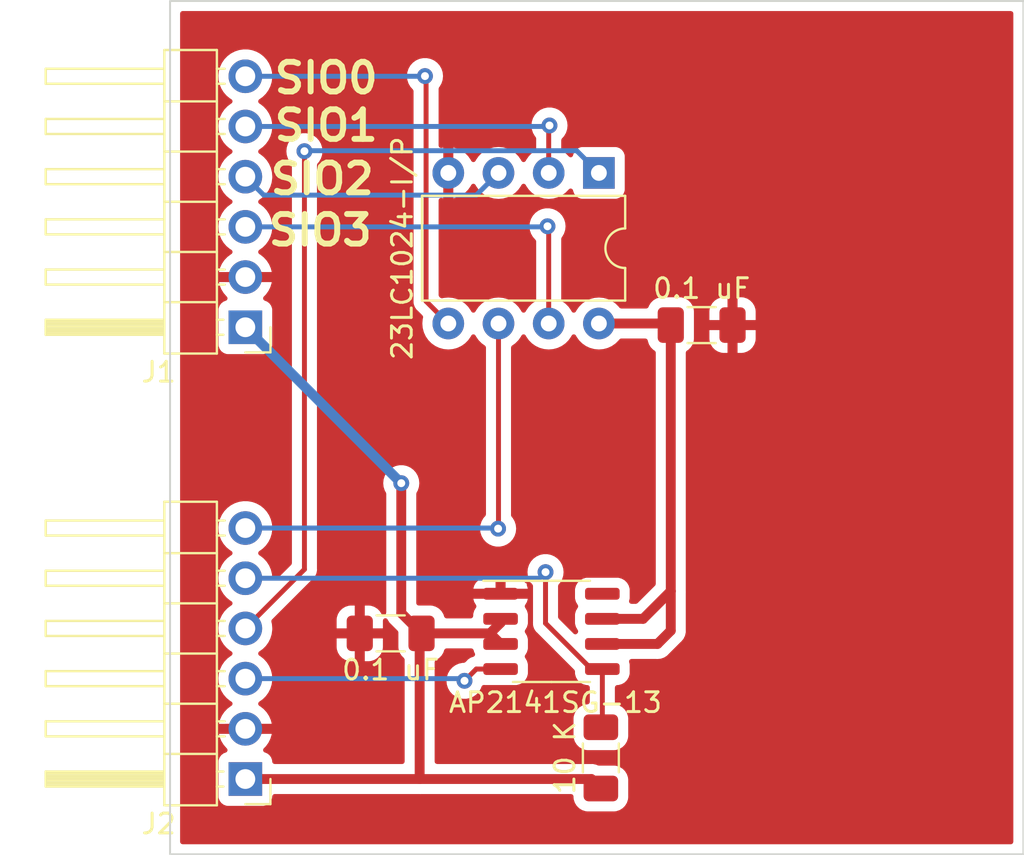
<source format=kicad_pcb>
(kicad_pcb (version 20211014) (generator pcbnew)
  (layers (0 "F.Cu" signal) (31 "B.Cu" signal) (34 "B.Paste" user) (35 "F.Paste" user) (36 "B.SilkS" user "B.Silkscreen") (37 "F.SilkS" user "F.Silkscreen") (38 "B.Mask" user) (39 "F.Mask" user) (44 "Edge.Cuts" user))
  (net 0 "")
  (net 1 "+3V3")
  (net 2 "GND")
  (net 3 "/SIO0")
  (net 4 "/SIO1")
  (net 5 "/SIO2")
  (net 6 "/SIO3")
  (net 7 "/CLK")
  (net 8 "/FLG")
  (net 9 "/CS")
  (net 10 "/EN")
  (net 12 "BASYS3V3")
  (footprint "Resistor_SMD:R_1206_3216Metric_Pad1.30x1.75mm_HandSolder" (layer "F.Cu") (at 121.8 138.3 -90)
    (fp_text reference "R1")
    (fp_text value "10 K" (at 0 1.82 90) (layer "F.SilkS"))
    (fp_line (start -0.727064 -0.91) (end 0.727064 -0.91) (layer "F.SilkS") (width 0.12))
    (fp_line (start -0.727064 0.91) (end 0.727064 0.91) (layer "F.SilkS") (width 0.12))
    (pad "1" smd roundrect (at -1.55 0 270) (size 1.3 1.75) (layers "F.Cu" "F.Paste" "F.Mask") (roundrect_rratio 0.192308) (net 8 "/FLG"))
    (pad "2" smd roundrect (at 1.55 0 270) (size 1.3 1.75) (layers "F.Cu" "F.Paste" "F.Mask") (roundrect_rratio 0.192308) (net 12 "BASYS3V3"))
  )
  (footprint "Capacitor_SMD:C_1206_3216Metric_Pad1.33x1.80mm_HandSolder" (layer "F.Cu") (at 111.1625 132)
    (fp_text reference "C1")
    (fp_text value "0.1 uF" (at 0 1.85) (layer "F.SilkS"))
    (fp_line (start -0.711252 -0.91) (end 0.711252 -0.91) (layer "F.SilkS") (width 0.12))
    (fp_line (start -0.711252 0.91) (end 0.711252 0.91) (layer "F.SilkS") (width 0.12))
    (pad "1" smd roundrect (at -1.5625 0) (size 1.325 1.8) (layers "F.Cu" "F.Paste" "F.Mask") (roundrect_rratio 0.188679) (net 2 "GND"))
    (pad "2" smd roundrect (at 1.5625 0) (size 1.325 1.8) (layers "F.Cu" "F.Paste" "F.Mask") (roundrect_rratio 0.188679) (net 12 "BASYS3V3"))
  )
  (footprint "Connector_PinHeader_2.54mm:PinHeader_1x06_P2.54mm_Horizontal" (layer "F.Cu") (at 103.81 116.51 180)
    (fp_text reference "J1" (at 4.385 -2.27) (layer "F.SilkS"))
    (fp_text value "Conn_01x06_Male_JA")
    (fp_line (start 1.042929 12.32) (end 1.44 12.32) (layer "F.SilkS") (width 0.12))
    (fp_line (start 1.11 0.38) (end 1.44 0.38) (layer "F.SilkS") (width 0.12))
    (fp_line (start 1.042929 7.24) (end 1.44 7.24) (layer "F.SilkS") (width 0.12))
    (fp_line (start 10.1 0.38) (end 4.1 0.38) (layer "F.SilkS") (width 0.12))
    (fp_line (start 4.1 -1.33) (end 1.44 -1.33) (layer "F.SilkS") (width 0.12))
    (fp_line (start 1.44 11.43) (end 4.1 11.43) (layer "F.SilkS") (width 0.12))
    (fp_line (start -1.27 0) (end -1.27 -1.27) (layer "F.SilkS") (width 0.12))
    (fp_line (start 10.1 10.54) (end 4.1 10.54) (layer "F.SilkS") (width 0.12))
    (fp_line (start 4.1 0.16) (end 10.1 0.16) (layer "F.SilkS") (width 0.12))
    (fp_line (start 1.042929 2.92) (end 1.44 2.92) (layer "F.SilkS") (width 0.12))
    (fp_line (start 1.44 6.35) (end 4.1 6.35) (layer "F.SilkS") (width 0.12))
    (fp_line (start 4.1 14.03) (end 4.1 -1.33) (layer "F.SilkS") (width 0.12))
    (fp_line (start 4.1 7.24) (end 10.1 7.24) (layer "F.SilkS") (width 0.12))
    (fp_line (start 10.1 13.08) (end 4.1 13.08) (layer "F.SilkS") (width 0.12))
    (fp_line (start -1.27 -1.27) (end 0 -1.27) (layer "F.SilkS") (width 0.12))
    (fp_line (start 1.042929 8) (end 1.44 8) (layer "F.SilkS") (width 0.12))
    (fp_line (start 1.042929 13.08) (end 1.44 13.08) (layer "F.SilkS") (width 0.12))
    (fp_line (start 4.1 4.7) (end 10.1 4.7) (layer "F.SilkS") (width 0.12))
    (fp_line (start 4.1 9.78) (end 10.1 9.78) (layer "F.SilkS") (width 0.12))
    (fp_line (start 10.1 12.32) (end 10.1 13.08) (layer "F.SilkS") (width 0.12))
    (fp_line (start 10.1 7.24) (end 10.1 8) (layer "F.SilkS") (width 0.12))
    (fp_line (start 1.042929 2.16) (end 1.44 2.16) (layer "F.SilkS") (width 0.12))
    (fp_line (start 1.44 8.89) (end 4.1 8.89) (layer "F.SilkS") (width 0.12))
    (fp_line (start 10.1 4.7) (end 10.1 5.46) (layer "F.SilkS") (width 0.12))
    (fp_line (start 1.44 1.27) (end 4.1 1.27) (layer "F.SilkS") (width 0.12))
    (fp_line (start 10.1 -0.38) (end 10.1 0.38) (layer "F.SilkS") (width 0.12))
    (fp_line (start 4.1 -0.08) (end 10.1 -0.08) (layer "F.SilkS") (width 0.12))
    (fp_line (start 10.1 8) (end 4.1 8) (layer "F.SilkS") (width 0.12))
    (fp_line (start 4.1 -0.32) (end 10.1 -0.32) (layer "F.SilkS") (width 0.12))
    (fp_line (start 1.44 3.81) (end 4.1 3.81) (layer "F.SilkS") (width 0.12))
    (fp_line (start 10.1 2.16) (end 10.1 2.92) (layer "F.SilkS") (width 0.12))
    (fp_line (start 1.44 -1.33) (end 1.44 14.03) (layer "F.SilkS") (width 0.12))
    (fp_line (start 1.11 -0.38) (end 1.44 -0.38) (layer "F.SilkS") (width 0.12))
    (fp_line (start 10.1 2.92) (end 4.1 2.92) (layer "F.SilkS") (width 0.12))
    (fp_line (start 4.1 0.04) (end 10.1 0.04) (layer "F.SilkS") (width 0.12))
    (fp_line (start 1.042929 10.54) (end 1.44 10.54) (layer "F.SilkS") (width 0.12))
    (fp_line (start 1.042929 4.7) (end 1.44 4.7) (layer "F.SilkS") (width 0.12))
    (fp_line (start 4.1 -0.2) (end 10.1 -0.2) (layer "F.SilkS") (width 0.12))
    (fp_line (start 4.1 0.28) (end 10.1 0.28) (layer "F.SilkS") (width 0.12))
    (fp_line (start 4.1 12.32) (end 10.1 12.32) (layer "F.SilkS") (width 0.12))
    (fp_line (start 10.1 5.46) (end 4.1 5.46) (layer "F.SilkS") (width 0.12))
    (fp_line (start 10.1 9.78) (end 10.1 10.54) (layer "F.SilkS") (width 0.12))
    (fp_line (start 1.042929 9.78) (end 1.44 9.78) (layer "F.SilkS") (width 0.12))
    (fp_line (start 1.042929 5.46) (end 1.44 5.46) (layer "F.SilkS") (width 0.12))
    (fp_line (start 4.1 -0.38) (end 10.1 -0.38) (layer "F.SilkS") (width 0.12))
    (fp_line (start 4.1 2.16) (end 10.1 2.16) (layer "F.SilkS") (width 0.12))
    (fp_line (start 1.44 14.03) (end 4.1 14.03) (layer "F.SilkS") (width 0.12))
    (pad "1" thru_hole rect (at 0 0 180) (size 1.7 1.7) (drill 1) (layers *.Cu *.Mask) (net 12 "BASYS3V3"))
    (pad "2" thru_hole oval (at 0 2.54 180) (size 1.7 1.7) (drill 1) (layers *.Cu *.Mask) (net 2 "GND"))
    (pad "3" thru_hole oval (at 0 5.08 180) (size 1.7 1.7) (drill 1) (layers *.Cu *.Mask) (net 6 "/SIO3"))
    (pad "4" thru_hole oval (at 0 7.62 180) (size 1.7 1.7) (drill 1) (layers *.Cu *.Mask) (net 5 "/SIO2"))
    (pad "5" thru_hole oval (at 0 10.16 180) (size 1.7 1.7) (drill 1) (layers *.Cu *.Mask) (net 4 "/SIO1"))
    (pad "6" thru_hole oval (at 0 12.7 180) (size 1.7 1.7) (drill 1) (layers *.Cu *.Mask) (net 3 "/SIO0"))
  )
  (footprint "Package_DIP:DIP-8_W7.62mm" (layer "F.Cu") (at 121.7 108.7 -90)
    (fp_text reference "U1")
    (fp_text value "23LC1024-I/P" (at 3.81 9.95 90) (layer "F.SilkS"))
    (fp_line (start 6.46 8.95) (end 6.46 -1.33) (layer "F.SilkS") (width 0.12))
    (fp_line (start 6.46 -1.33) (end 4.81 -1.33) (layer "F.SilkS") (width 0.12))
    (fp_line (start 1.16 8.95) (end 6.46 8.95) (layer "F.SilkS") (width 0.12))
    (fp_line (start 2.81 -1.33) (end 1.16 -1.33) (layer "F.SilkS") (width 0.12))
    (fp_line (start 1.16 -1.33) (end 1.16 8.95) (layer "F.SilkS") (width 0.12))
    (fp_arc (start 4.81 -1.33) (mid 3.81 -0.33) (end 2.81 -1.33) (layer "F.SilkS") (width 0.12))
    (pad "1" thru_hole rect (at 0 0 270) (size 1.6 1.6) (drill 0.8) (layers *.Cu *.Mask) (net 9 "/CS"))
    (pad "2" thru_hole oval (at 0 2.54 270) (size 1.6 1.6) (drill 0.8) (layers *.Cu *.Mask) (net 4 "/SIO1"))
    (pad "3" thru_hole oval (at 0 5.08 270) (size 1.6 1.6) (drill 0.8) (layers *.Cu *.Mask) (net 5 "/SIO2"))
    (pad "4" thru_hole oval (at 0 7.62 270) (size 1.6 1.6) (drill 0.8) (layers *.Cu *.Mask) (net 2 "GND"))
    (pad "5" thru_hole oval (at 7.62 7.62 270) (size 1.6 1.6) (drill 0.8) (layers *.Cu *.Mask) (net 3 "/SIO0"))
    (pad "6" thru_hole oval (at 7.62 5.08 270) (size 1.6 1.6) (drill 0.8) (layers *.Cu *.Mask) (net 7 "/CLK"))
    (pad "7" thru_hole oval (at 7.62 2.54 270) (size 1.6 1.6) (drill 0.8) (layers *.Cu *.Mask) (net 6 "/SIO3"))
    (pad "8" thru_hole oval (at 7.62 0 270) (size 1.6 1.6) (drill 0.8) (layers *.Cu *.Mask) (net 1 "+3V3"))
  )
  (footprint "Connector_PinHeader_2.54mm:PinHeader_1x06_P2.54mm_Horizontal" (layer "F.Cu") (at 103.81 139.37 180)
    (fp_text reference "J2" (at 4.385 -2.27) (layer "F.SilkS"))
    (fp_text value "Conn_01x06_Male_JB")
    (fp_line (start 4.1 0.28) (end 10.1 0.28) (layer "F.SilkS") (width 0.12))
    (fp_line (start 4.1 -0.2) (end 10.1 -0.2) (layer "F.SilkS") (width 0.12))
    (fp_line (start 1.042929 2.16) (end 1.44 2.16) (layer "F.SilkS") (width 0.12))
    (fp_line (start 10.1 10.54) (end 4.1 10.54) (layer "F.SilkS") (width 0.12))
    (fp_line (start 4.1 9.78) (end 10.1 9.78) (layer "F.SilkS") (width 0.12))
    (fp_line (start 10.1 5.46) (end 4.1 5.46) (layer "F.SilkS") (width 0.12))
    (fp_line (start 10.1 13.08) (end 4.1 13.08) (layer "F.SilkS") (width 0.12))
    (fp_line (start 1.44 8.89) (end 4.1 8.89) (layer "F.SilkS") (width 0.12))
    (fp_line (start 4.1 -0.38) (end 10.1 -0.38) (layer "F.SilkS") (width 0.12))
    (fp_line (start 10.1 2.16) (end 10.1 2.92) (layer "F.SilkS") (width 0.12))
    (fp_line (start 10.1 2.92) (end 4.1 2.92) (layer "F.SilkS") (width 0.12))
    (fp_line (start 1.44 -1.33) (end 1.44 14.03) (layer "F.SilkS") (width 0.12))
    (fp_line (start 1.042929 12.32) (end 1.44 12.32) (layer "F.SilkS") (width 0.12))
    (fp_line (start 10.1 -0.38) (end 10.1 0.38) (layer "F.SilkS") (width 0.12))
    (fp_line (start 4.1 12.32) (end 10.1 12.32) (layer "F.SilkS") (width 0.12))
    (fp_line (start -1.27 -1.27) (end 0 -1.27) (layer "F.SilkS") (width 0.12))
    (fp_line (start 1.042929 4.7) (end 1.44 4.7) (layer "F.SilkS") (width 0.12))
    (fp_line (start 4.1 4.7) (end 10.1 4.7) (layer "F.SilkS") (width 0.12))
    (fp_line (start 1.44 6.35) (end 4.1 6.35) (layer "F.SilkS") (width 0.12))
    (fp_line (start 1.042929 13.08) (end 1.44 13.08) (layer "F.SilkS") (width 0.12))
    (fp_line (start 1.11 0.38) (end 1.44 0.38) (layer "F.SilkS") (width 0.12))
    (fp_line (start 10.1 9.78) (end 10.1 10.54) (layer "F.SilkS") (width 0.12))
    (fp_line (start 4.1 -0.08) (end 10.1 -0.08) (layer "F.SilkS") (width 0.12))
    (fp_line (start 1.11 -0.38) (end 1.44 -0.38) (layer "F.SilkS") (width 0.12))
    (fp_line (start 1.042929 9.78) (end 1.44 9.78) (layer "F.SilkS") (width 0.12))
    (fp_line (start 4.1 14.03) (end 4.1 -1.33) (layer "F.SilkS") (width 0.12))
    (fp_line (start 1.44 14.03) (end 4.1 14.03) (layer "F.SilkS") (width 0.12))
    (fp_line (start 10.1 12.32) (end 10.1 13.08) (layer "F.SilkS") (width 0.12))
    (fp_line (start 1.44 11.43) (end 4.1 11.43) (layer "F.SilkS") (width 0.12))
    (fp_line (start 10.1 7.24) (end 10.1 8) (layer "F.SilkS") (width 0.12))
    (fp_line (start 10.1 4.7) (end 10.1 5.46) (layer "F.SilkS") (width 0.12))
    (fp_line (start 1.44 3.81) (end 4.1 3.81) (layer "F.SilkS") (width 0.12))
    (fp_line (start 1.042929 5.46) (end 1.44 5.46) (layer "F.SilkS") (width 0.12))
    (fp_line (start 4.1 -0.32) (end 10.1 -0.32) (layer "F.SilkS") (width 0.12))
    (fp_line (start 1.44 1.27) (end 4.1 1.27) (layer "F.SilkS") (width 0.12))
    (fp_line (start 10.1 8) (end 4.1 8) (layer "F.SilkS") (width 0.12))
    (fp_line (start 4.1 -1.33) (end 1.44 -1.33) (layer "F.SilkS") (width 0.12))
    (fp_line (start 10.1 0.38) (end 4.1 0.38) (layer "F.SilkS") (width 0.12))
    (fp_line (start 4.1 2.16) (end 10.1 2.16) (layer "F.SilkS") (width 0.12))
    (fp_line (start 4.1 0.04) (end 10.1 0.04) (layer "F.SilkS") (width 0.12))
    (fp_line (start 1.042929 8) (end 1.44 8) (layer "F.SilkS") (width 0.12))
    (fp_line (start 1.042929 10.54) (end 1.44 10.54) (layer "F.SilkS") (width 0.12))
    (fp_line (start 1.042929 7.24) (end 1.44 7.24) (layer "F.SilkS") (width 0.12))
    (fp_line (start -1.27 0) (end -1.27 -1.27) (layer "F.SilkS") (width 0.12))
    (fp_line (start 4.1 7.24) (end 10.1 7.24) (layer "F.SilkS") (width 0.12))
    (fp_line (start 1.042929 2.92) (end 1.44 2.92) (layer "F.SilkS") (width 0.12))
    (fp_line (start 4.1 0.16) (end 10.1 0.16) (layer "F.SilkS") (width 0.12))
    (pad "1" thru_hole rect (at 0 0 180) (size 1.7 1.7) (drill 1) (layers *.Cu *.Mask) (net 12 "BASYS3V3"))
    (pad "2" thru_hole oval (at 0 2.54 180) (size 1.7 1.7) (drill 1) (layers *.Cu *.Mask) (net 2 "GND"))
    (pad "3" thru_hole oval (at 0 5.08 180) (size 1.7 1.7) (drill 1) (layers *.Cu *.Mask) (net 10 "/EN"))
    (pad "4" thru_hole oval (at 0 7.62 180) (size 1.7 1.7) (drill 1) (layers *.Cu *.Mask) (net 9 "/CS"))
    (pad "5" thru_hole oval (at 0 10.16 180) (size 1.7 1.7) (drill 1) (layers *.Cu *.Mask) (net 8 "/FLG"))
    (pad "6" thru_hole oval (at 0 12.7 180) (size 1.7 1.7) (drill 1) (layers *.Cu *.Mask) (net 7 "/CLK"))
  )
  (footprint "Capacitor_SMD:C_1206_3216Metric_Pad1.33x1.80mm_HandSolder" (layer "F.Cu") (at 126.9 116.4 180)
    (fp_text reference "C2")
    (fp_text value "0.1 uF" (at 0 1.85) (layer "F.SilkS"))
    (fp_line (start -0.711252 -0.91) (end 0.711252 -0.91) (layer "F.SilkS") (width 0.12))
    (fp_line (start -0.711252 0.91) (end 0.711252 0.91) (layer "F.SilkS") (width 0.12))
    (pad "1" smd roundrect (at -1.5625 0 180) (size 1.325 1.8) (layers "F.Cu" "F.Paste" "F.Mask") (roundrect_rratio 0.188679) (net 2 "GND"))
    (pad "2" smd roundrect (at 1.5625 0 180) (size 1.325 1.8) (layers "F.Cu" "F.Paste" "F.Mask") (roundrect_rratio 0.188679) (net 1 "+3V3"))
  )
  (footprint "Package_SO:SO-8_3.9x4.9mm_P1.27mm" (layer "F.Cu") (at 119.3 131.9)
    (fp_text reference "U2")
    (fp_text value "AP2141SG-13" (at 0.2 3.6 180) (layer "F.SilkS"))
    (fp_line (start 0 2.56) (end -1.95 2.56) (layer "F.SilkS") (width 0.12))
    (fp_line (start 0 -2.56) (end -3.45 -2.56) (layer "F.SilkS") (width 0.12))
    (fp_line (start 0 2.56) (end 1.95 2.56) (layer "F.SilkS") (width 0.12))
    (fp_line (start 0 -2.56) (end 1.95 -2.56) (layer "F.SilkS") (width 0.12))
    (pad "1" smd roundrect (at -2.575 -1.905) (size 1.75 0.6) (layers "F.Cu" "F.Paste" "F.Mask") (net 2 "GND"))
    (pad "2" smd roundrect (at -2.575 -0.635) (size 1.75 0.6) (layers "F.Cu" "F.Paste" "F.Mask") (net 12 "BASYS3V3"))
    (pad "3" smd roundrect (at -2.575 0.635) (size 1.75 0.6) (layers "F.Cu" "F.Paste" "F.Mask") (net 12 "BASYS3V3"))
    (pad "4" smd roundrect (at -2.575 1.905) (size 1.75 0.6) (layers "F.Cu" "F.Paste" "F.Mask") (net 10 "/EN"))
    (pad "5" smd roundrect (at 2.575 1.905) (size 1.75 0.6) (layers "F.Cu" "F.Paste" "F.Mask") (net 8 "/FLG"))
    (pad "6" smd roundrect (at 2.575 0.635) (size 1.75 0.6) (layers "F.Cu" "F.Paste" "F.Mask") (net 1 "+3V3"))
    (pad "7" smd roundrect (at 2.575 -0.635) (size 1.75 0.6) (layers "F.Cu" "F.Paste" "F.Mask") (net 1 "+3V3"))
    (pad "8" smd roundrect (at 2.575 -1.905) (size 1.75 0.6) (layers "F.Cu" "F.Paste" "F.Mask"))
  )
  (gr_rect (start 100 100) (end 143.18 143.18) (layer "Edge.Cuts") (width 0.1) (fill none))
  (gr_text "SIO1" (at 107.9 106.3) (layer "F.SilkS") (effects (font (size 1.5 1.5) (thickness 0.3))))
  (gr_text "SIO3" (at 107.6 111.6) (layer "F.SilkS") (effects (font (size 1.5 1.5) (thickness 0.3))))
  (gr_text "SIO0" (at 107.9 103.9) (layer "F.SilkS") (effects (font (size 1.5 1.5) (thickness 0.3))))
  (gr_text "SIO2" (at 107.7 109) (layer "F.SilkS") (effects (font (size 1.5 1.5) (thickness 0.3))))
  (segment (start 121.875 132.535) (end 124.665 132.535) (width 0.5) (layer "F.Cu") (net 1))
  (segment (start 125.3375 129.8625) (end 125.3375 116.4) (width 0.5) (layer "F.Cu") (net 1))
  (segment (start 125.3375 131.8625) (end 125.3375 129.8625) (width 0.5) (layer "F.Cu") (net 1))
  (segment (start 125.2575 116.32) (end 125.3375 116.4) (width 0.5) (layer "F.Cu") (net 1))
  (segment (start 121.7 116.32) (end 125.2575 116.32) (width 0.5) (layer "F.Cu") (net 1))
  (segment (start 121.875 131.265) (end 123.935 131.265) (width 0.5) (layer "F.Cu") (net 1))
  (segment (start 123.935 131.265) (end 125.3375 129.8625) (width 0.5) (layer "F.Cu") (net 1))
  (segment (start 124.665 132.535) (end 125.3375 131.8625) (width 0.5) (layer "F.Cu") (net 1))
  (segment (start 112.955489 103.855489) (end 112.9 103.8) (width 0.25) (layer "F.Cu") (net 3))
  (segment (start 114.08 116.32) (end 112.955489 115.195489) (width 0.25) (layer "F.Cu") (net 3))
  (segment (start 112.955489 115.195489) (end 112.955489 103.855489) (width 0.25) (layer "F.Cu") (net 3))
  (via (at 112.9 103.8) (size 0.8) (drill 0.4) (layers "F.Cu" "B.Cu") (net 3))
  (segment (start 112.9 103.8) (end 112.89 103.81) (width 0.25) (layer "B.Cu") (net 3))
  (segment (start 112.89 103.81) (end 103.81 103.81) (width 0.25) (layer "B.Cu") (net 3))
  (segment (start 119.16 106.34) (end 119.2 106.3) (width 0.25) (layer "F.Cu") (net 4))
  (segment (start 119.16 108.7) (end 119.16 106.34) (width 0.25) (layer "F.Cu") (net 4))
  (via (at 119.2 106.3) (size 0.8) (drill 0.4) (layers "F.Cu" "B.Cu") (net 4))
  (segment (start 119.15 106.35) (end 103.81 106.35) (width 0.25) (layer "B.Cu") (net 4))
  (segment (start 119.2 106.3) (end 119.15 106.35) (width 0.25) (layer "B.Cu") (net 4))
  (segment (start 116.62 108.7) (end 115.495489 109.824511) (width 0.25) (layer "B.Cu") (net 5))
  (segment (start 115.495489 109.824511) (end 104.744511 109.824511) (width 0.25) (layer "B.Cu") (net 5))
  (segment (start 104.744511 109.824511) (end 103.81 108.89) (width 0.25) (layer "B.Cu") (net 5))
  (segment (start 119.16 116.32) (end 119.16 111.46) (width 0.25) (layer "F.Cu") (net 6))
  (segment (start 119.16 111.46) (end 119.1 111.4) (width 0.25) (layer "F.Cu") (net 6))
  (via (at 119.1 111.4) (size 0.8) (drill 0.4) (layers "F.Cu" "B.Cu") (net 6))
  (segment (start 119.1 111.4) (end 119.07 111.43) (width 0.25) (layer "B.Cu") (net 6))
  (segment (start 119.07 111.43) (end 103.81 111.43) (width 0.25) (layer "B.Cu") (net 6))
  (segment (start 116.62 126.68) (end 116.6 126.7) (width 0.25) (layer "F.Cu") (net 7))
  (segment (start 116.62 116.32) (end 116.62 126.68) (width 0.25) (layer "F.Cu") (net 7))
  (via (at 116.6 126.7) (size 0.8) (drill 0.4) (layers "F.Cu" "B.Cu") (net 7))
  (segment (start 116.6 126.7) (end 116.57 126.67) (width 0.25) (layer "B.Cu") (net 7))
  (segment (start 116.57 126.67) (end 103.81 126.67) (width 0.25) (layer "B.Cu") (net 7))
  (segment (start 119 131.488915) (end 119 128.9) (width 0.25) (layer "F.Cu") (net 8))
  (segment (start 121.875 133.805) (end 121.875 136.675) (width 0.25) (layer "F.Cu") (net 8))
  (segment (start 121.875 136.675) (end 121.8 136.75) (width 0.25) (layer "F.Cu") (net 8))
  (segment (start 121.316085 133.805) (end 119 131.488915) (width 0.25) (layer "F.Cu") (net 8))
  (segment (start 121.875 133.805) (end 121.316085 133.805) (width 0.25) (layer "F.Cu") (net 8))
  (via (at 119 128.9) (size 0.8) (drill 0.4) (layers "F.Cu" "B.Cu") (net 8))
  (segment (start 118.69 129.21) (end 103.81 129.21) (width 0.25) (layer "B.Cu") (net 8))
  (segment (start 119 128.9) (end 118.69 129.21) (width 0.25) (layer "B.Cu") (net 8))
  (segment (start 106.8 128.76) (end 103.81 131.75) (width 0.25) (layer "F.Cu") (net 9))
  (segment (start 106.8 107.6) (end 106.8 128.76) (width 0.25) (layer "F.Cu") (net 9))
  (via (at 106.8 107.6) (size 0.8) (drill 0.4) (layers "F.Cu" "B.Cu") (net 9))
  (segment (start 120.575489 107.575489) (end 106.824511 107.575489) (width 0.25) (layer "B.Cu") (net 9))
  (segment (start 121.7 108.7) (end 120.575489 107.575489) (width 0.25) (layer "B.Cu") (net 9))
  (segment (start 106.824511 107.575489) (end 106.8 107.6) (width 0.25) (layer "B.Cu") (net 9))
  (segment (start 115.495 133.805) (end 114.9 134.4) (width 0.25) (layer "F.Cu") (net 10))
  (segment (start 116.725 133.805) (end 115.495 133.805) (width 0.25) (layer "F.Cu") (net 10))
  (via (at 114.9 134.4) (size 0.8) (drill 0.4) (layers "F.Cu" "B.Cu") (net 10))
  (segment (start 114.9 134.4) (end 114.79 134.29) (width 0.25) (layer "B.Cu") (net 10))
  (segment (start 114.79 134.29) (end 103.81 134.29) (width 0.25) (layer "B.Cu") (net 10))
  (segment (start 112.725 132) (end 116.19 132) (width 0.5) (layer "F.Cu") (net 12))
  (segment (start 116.725 131.465) (end 116.19 132) (width 0.5) (layer "F.Cu") (net 12))
  (segment (start 112.63 132.095) (end 112.725 132) (width 0.5) (layer "F.Cu") (net 12))
  (segment (start 116.725 131.265) (end 116.725 131.465) (width 0.5) (layer "F.Cu") (net 12))
  (segment (start 121.32 139.37) (end 121.8 139.85) (width 0.5) (layer "F.Cu") (net 12))
  (segment (start 111.7 130.975) (end 112.725 132) (width 0.5) (layer "F.Cu") (net 12))
  (segment (start 103.81 139.37) (end 112.63 139.37) (width 0.5) (layer "F.Cu") (net 12))
  (segment (start 116.19 132) (end 116.725 132.535) (width 0.5) (layer "F.Cu") (net 12))
  (segment (start 111.7 124.4) (end 111.7 130.975) (width 0.5) (layer "F.Cu") (net 12))
  (segment (start 112.63 139.37) (end 112.63 132.095) (width 0.5) (layer "F.Cu") (net 12))
  (segment (start 112.63 139.37) (end 121.32 139.37) (width 0.5) (layer "F.Cu") (net 12))
  (via (at 111.7 124.4) (size 0.8) (drill 0.4) (layers "F.Cu" "B.Cu") (net 12))
  (segment (start 103.81 116.51) (end 111.7 124.4) (width 0.5) (layer "B.Cu") (net 12))
  (zone (net 2) (net_name "GND") (layer "F.Cu") (connect_pads (clearance 0.508)) (min_thickness 0.254) (fill yes (thermal_gap 0.508) (thermal_bridge_width 0.508))
    (polygon (pts (xy 143.1 143.1) (xy 100.1 143) (xy 100.1 100.1) (xy 143.1 100.1)))
  )
)
</source>
